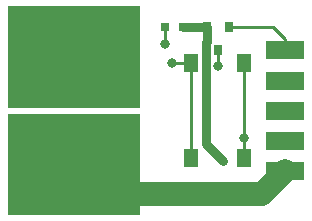
<source format=gbr>
G04 #@! TF.GenerationSoftware,KiCad,Pcbnew,(5.0.0)*
G04 #@! TF.CreationDate,2019-03-13T17:39:27+01:00*
G04 #@! TF.ProjectId,foam_cutting,666F616D5F63757474696E672E6B6963,100A*
G04 #@! TF.SameCoordinates,Original*
G04 #@! TF.FileFunction,Copper,L1,Top,Signal*
G04 #@! TF.FilePolarity,Positive*
%FSLAX46Y46*%
G04 Gerber Fmt 4.6, Leading zero omitted, Abs format (unit mm)*
G04 Created by KiCad (PCBNEW (5.0.0)) date 03/13/19 17:39:27*
%MOMM*%
%LPD*%
G01*
G04 APERTURE LIST*
G04 #@! TA.AperFunction,ComponentPad*
%ADD10R,6.000000X4.500000*%
G04 #@! TD*
G04 #@! TA.AperFunction,ComponentPad*
%ADD11R,5.500000X4.500000*%
G04 #@! TD*
G04 #@! TA.AperFunction,SMDPad,CuDef*
%ADD12R,1.300000X1.550000*%
G04 #@! TD*
G04 #@! TA.AperFunction,SMDPad,CuDef*
%ADD13R,3.300000X1.500000*%
G04 #@! TD*
G04 #@! TA.AperFunction,SMDPad,CuDef*
%ADD14R,0.800000X0.900000*%
G04 #@! TD*
G04 #@! TA.AperFunction,SMDPad,CuDef*
%ADD15R,0.800000X0.750000*%
G04 #@! TD*
G04 #@! TA.AperFunction,ViaPad*
%ADD16C,0.800000*%
G04 #@! TD*
G04 #@! TA.AperFunction,Conductor*
%ADD17C,0.800000*%
G04 #@! TD*
G04 #@! TA.AperFunction,Conductor*
%ADD18C,2.000000*%
G04 #@! TD*
G04 #@! TA.AperFunction,Conductor*
%ADD19C,0.250000*%
G04 #@! TD*
G04 APERTURE END LIST*
D10*
G04 #@! TO.P,J1,1*
G04 #@! TO.N,GND*
X124800000Y-56300000D03*
D11*
X130300000Y-56300000D03*
D10*
X124790000Y-60500000D03*
D11*
X130300000Y-60500000D03*
D10*
G04 #@! TO.P,J1,2*
G04 #@! TO.N,Net-(J1-Pad2)*
X124800000Y-65410000D03*
D11*
X130300000Y-65410000D03*
X130290000Y-69600000D03*
D10*
X124800000Y-69590000D03*
G04 #@! TD*
D12*
G04 #@! TO.P,SW1,2*
G04 #@! TO.N,GND*
X137300000Y-58950000D03*
G04 #@! TO.P,SW1,1*
G04 #@! TO.N,Net-(J2-Pad8)*
X141800000Y-58950000D03*
G04 #@! TO.P,SW1,2*
G04 #@! TO.N,GND*
X137300000Y-66950000D03*
G04 #@! TO.P,SW1,1*
G04 #@! TO.N,Net-(J2-Pad8)*
X141800000Y-66950000D03*
G04 #@! TD*
D13*
G04 #@! TO.P,J2,9*
G04 #@! TO.N,Net-(J1-Pad2)*
X145300000Y-68050000D03*
G04 #@! TO.P,J2,7*
G04 #@! TO.N,Net-(J2-Pad7)*
X145300000Y-65500000D03*
G04 #@! TO.P,J2,5*
G04 #@! TO.N,Net-(J2-Pad5)*
X145300000Y-62950000D03*
G04 #@! TO.P,J2,3*
G04 #@! TO.N,Net-(J2-Pad3)*
X145300000Y-60400000D03*
G04 #@! TO.P,J2,1*
G04 #@! TO.N,Net-(J2-Pad1)*
X145300000Y-57850000D03*
G04 #@! TD*
D14*
G04 #@! TO.P,U1,1*
G04 #@! TO.N,Net-(J2-Pad1)*
X140550000Y-55850000D03*
G04 #@! TO.P,U1,2*
G04 #@! TO.N,VCC*
X138650000Y-55850000D03*
G04 #@! TO.P,U1,3*
G04 #@! TO.N,GND*
X139600000Y-57850000D03*
G04 #@! TD*
D15*
G04 #@! TO.P,C1,2*
G04 #@! TO.N,GND*
X135150000Y-55850000D03*
G04 #@! TO.P,C1,1*
G04 #@! TO.N,VCC*
X136650000Y-55850000D03*
G04 #@! TD*
D16*
G04 #@! TO.N,VCC*
X140000000Y-67200000D03*
G04 #@! TO.N,GND*
X139650000Y-59200000D03*
X135700000Y-58900000D03*
X135100000Y-57300000D03*
G04 #@! TO.N,Net-(J2-Pad8)*
X141800000Y-65250000D03*
G04 #@! TD*
D17*
G04 #@! TO.N,VCC*
X136650000Y-55850000D02*
X138650000Y-55850000D01*
X138650000Y-57100000D02*
X138600000Y-57150000D01*
X138650000Y-55850000D02*
X138650000Y-57100000D01*
X138600000Y-57150000D02*
X138600000Y-65800000D01*
X138600000Y-65800000D02*
X140000000Y-67200000D01*
D18*
G04 #@! TO.N,GND*
X125100000Y-60190000D02*
X125090000Y-60200000D01*
X125100000Y-56600000D02*
X125100000Y-60190000D01*
X125100000Y-56600000D02*
X130600000Y-56600000D01*
X130600000Y-56600000D02*
X130600000Y-60200000D01*
D19*
X139600000Y-57850000D02*
X139600000Y-59150000D01*
X139600000Y-59150000D02*
X139650000Y-59200000D01*
X137300000Y-59975000D02*
X137300000Y-66950000D01*
X137300000Y-58950000D02*
X137300000Y-59975000D01*
X137300000Y-58950000D02*
X135750000Y-58950000D01*
X135750000Y-58950000D02*
X135700000Y-58900000D01*
X135150000Y-55850000D02*
X135150000Y-57250000D01*
X135150000Y-57250000D02*
X135100000Y-57300000D01*
G04 #@! TO.N,Net-(J2-Pad1)*
X145300000Y-56850000D02*
X145300000Y-57850000D01*
X144300000Y-55850000D02*
X145300000Y-56850000D01*
X140550000Y-55850000D02*
X144300000Y-55850000D01*
G04 #@! TO.N,Net-(J2-Pad8)*
X141800000Y-66950000D02*
X141800000Y-65250000D01*
X141800000Y-58950000D02*
X141800000Y-65250000D01*
D18*
G04 #@! TO.N,Net-(J1-Pad2)*
X131290000Y-70000000D02*
X130590000Y-69300000D01*
X145300000Y-68050000D02*
X143350000Y-70000000D01*
X143350000Y-70000000D02*
X131290000Y-70000000D01*
X130590000Y-65720000D02*
X130600000Y-65710000D01*
X130590000Y-69300000D02*
X130590000Y-65720000D01*
X125110000Y-69300000D02*
X125100000Y-69290000D01*
X130590000Y-69300000D02*
X125110000Y-69300000D01*
X125100000Y-69290000D02*
X125100000Y-65710000D01*
G04 #@! TD*
M02*

</source>
